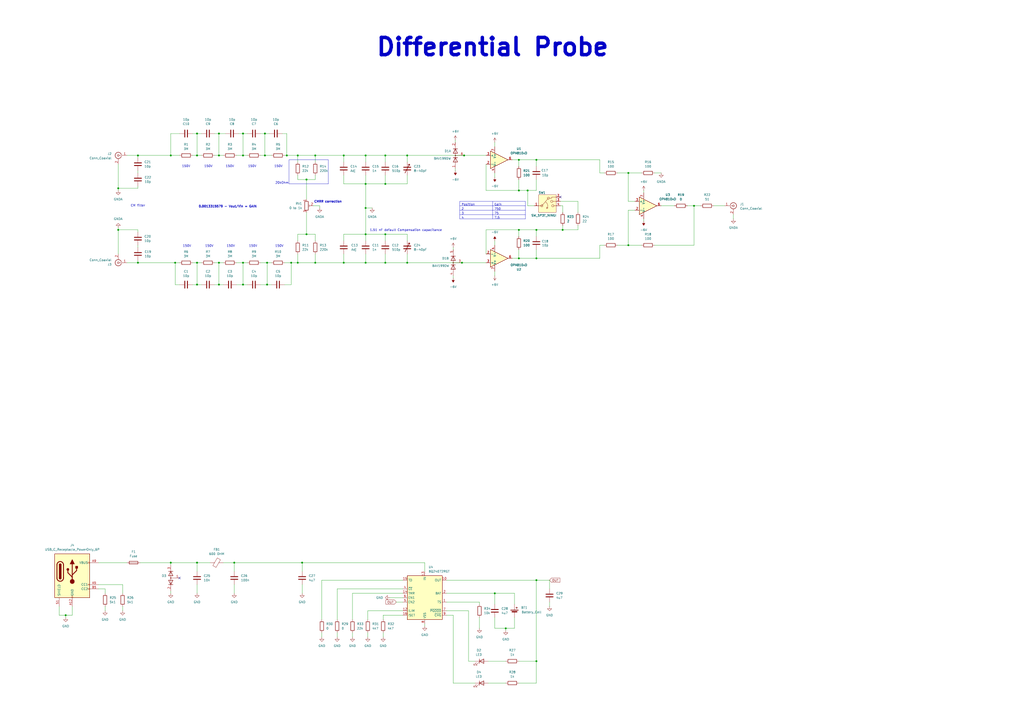
<source format=kicad_sch>
(kicad_sch (version 20250114) (generator "eeschema") (generator_version "9.0")
  (paper "A2")
  (title_block (title "Differential Probe") (rev "1.0") (company "Michal Karas") (comment 1 "2025"))
  (rectangle (start 167.64 92.71) (end 190.5 106.68))
  (text "1.51 nF default Compensation capacitance" (at 235.458 133.604 0) (effects (font (size 1.27 1.27))))
  (text "150V" (at 146.812 142.748 0) (effects (font (size 1.27 1.27))))
  (text "20kOhm" (at 163.576 106.172 0) (effects (font (size 1.27 1.27))))
  (text "CM filter" (at 80.01 119.38 0) (effects (font (size 1.27 1.27))))
  (text "150V" (at 107.95 96.52 0) (effects (font (size 1.27 1.27))))
  (text "CMRR correction " (at 190.754 117.094 0) (effects (font (size 1.27 1.27) (thickness 0.254) (bold yes))))
  (text "Differential Probe" (at 285.75 27.432 0) (effects (font (size 10 10) (thickness 2) (bold yes))))
  (text "150V" (at 146.304 96.52 0) (effects (font (size 1.27 1.27))))
  (text "150V" (at 133.858 142.748 0) (effects (font (size 1.27 1.27))))
  (text "0.0013315579 - Vout/Vin = GAIN" (at 132.08 119.888 0) (effects (font (size 1.27 1.27) (thickness 0.254) (bold yes))))
  (text "150V" (at 108.458 142.748 0) (effects (font (size 1.27 1.27))))
  (text "150V" (at 121.412 142.748 0) (effects (font (size 1.27 1.27))))
  (text "150V" (at 120.904 96.52 0) (effects (font (size 1.27 1.27))))
  (text "150V" (at 162.052 142.748 0) (effects (font (size 1.27 1.27))))
  (text "150V" (at 133.35 96.52 0) (effects (font (size 1.27 1.27))))
  (text "150V" (at 161.544 96.52 0) (effects (font (size 1.27 1.27))))
  (junction (at 300.99 110.49))
  (junction (at 127 90.17))
  (junction (at 177.8 135.89))
  (junction (at 287.02 344.17))
  (junction (at 127 77.47))
  (junction (at 300.99 133.35))
  (junction (at 127 152.4))
  (junction (at 223.52 90.17))
  (junction (at 293.37 364.49))
  (junction (at 311.15 133.35))
  (junction (at 269.24 90.17))
  (junction (at 212.09 135.89))
  (junction (at 68.58 133.35))
  (junction (at 212.09 152.4))
  (junction (at 267.97 152.4))
  (junction (at 99.06 90.17))
  (junction (at 364.49 100.33))
  (junction (at 153.67 77.47))
  (junction (at 80.01 152.4))
  (junction (at 223.52 135.89))
  (junction (at 182.88 90.17))
  (junction (at 212.09 106.68))
  (junction (at 199.39 90.17))
  (junction (at 140.97 152.4))
  (junction (at 236.22 90.17))
  (junction (at 168.91 152.4))
  (junction (at 101.6 152.4))
  (junction (at 311.15 149.86))
  (junction (at 223.52 106.68))
  (junction (at 153.67 90.17))
  (junction (at 140.97 90.17))
  (junction (at 364.49 142.24))
  (junction (at 114.3 165.1))
  (junction (at 114.3 326.39))
  (junction (at 172.72 90.17))
  (junction (at 199.39 152.4))
  (junction (at 300.99 149.86))
  (junction (at 311.15 92.71))
  (junction (at 175.26 326.39))
  (junction (at 326.39 133.35))
  (junction (at 172.72 152.4))
  (junction (at 127 165.1))
  (junction (at 135.89 326.39))
  (junction (at 99.06 326.39))
  (junction (at 114.3 77.47))
  (junction (at 68.58 109.22))
  (junction (at 300.99 92.71))
  (junction (at 223.52 152.4))
  (junction (at 212.09 90.17))
  (junction (at 154.94 165.1))
  (junction (at 402.59 119.38))
  (junction (at 80.01 90.17))
  (junction (at 311.15 336.55))
  (junction (at 140.97 165.1))
  (junction (at 306.07 110.49))
  (junction (at 114.3 90.17))
  (junction (at 177.8 104.14))
  (junction (at 212.09 120.65))
  (junction (at 154.94 152.4))
  (junction (at 38.1 356.87))
  (junction (at 182.88 152.4))
  (junction (at 236.22 152.4))
  (junction (at 114.3 152.4))
  (junction (at 311.15 383.54))
  (junction (at 166.37 90.17))
  (junction (at 140.97 77.47))
  (no_connect (at 325.12 114.3))
  (no_connect (at 104.14 335.28))
  (wire (pts (xy 306.07 119.38) (xy 306.07 110.49)))
  (wire (pts (xy 269.24 90.17) (xy 281.94 90.17)))
  (wire (pts (xy 168.91 165.1) (xy 168.91 152.4)))
  (wire (pts (xy 364.49 100.33) (xy 372.11 100.33)))
  (wire (pts (xy 402.59 142.24) (xy 402.59 119.38)))
  (wire (pts (xy 166.37 90.17) (xy 172.72 90.17)))
  (wire (pts (xy 300.99 110.49) (xy 306.07 110.49)))
  (wire (pts (xy 402.59 119.38) (xy 406.4 119.38)))
  (wire (pts (xy 259.08 344.17) (xy 287.02 344.17)))
  (wire (pts (xy 140.97 152.4) (xy 140.97 165.1)))
  (wire (pts (xy 34.29 351.79) (xy 34.29 356.87)))
  (wire (pts (xy 195.58 341.63) (xy 233.68 341.63)))
  (wire (pts (xy 68.58 109.22) (xy 68.58 110.49)))
  (wire (pts (xy 68.58 133.35) (xy 80.01 133.35)))
  (wire (pts (xy 364.49 100.33) (xy 364.49 116.84)))
  (wire (pts (xy 311.15 396.24) (xy 311.15 383.54)))
  (wire (pts (xy 114.3 152.4) (xy 116.84 152.4)))
  (wire (pts (xy 300.99 149.86) (xy 297.18 149.86)))
  (wire (pts (xy 127 165.1) (xy 129.54 165.1)))
  (wire (pts (xy 264.16 81.28) (xy 264.16 82.55)))
  (wire (pts (xy 68.58 109.22) (xy 80.01 109.22)))
  (wire (pts (xy 153.67 90.17) (xy 153.67 77.47)))
  (wire (pts (xy 199.39 101.6) (xy 199.39 106.68)))
  (wire (pts (xy 414.02 119.38) (xy 420.37 119.38)))
  (wire (pts (xy 298.45 350.52) (xy 298.45 344.17)))
  (wire (pts (xy 259.08 349.25) (xy 278.13 349.25)))
  (wire (pts (xy 165.1 152.4) (xy 168.91 152.4)))
  (wire (pts (xy 195.58 359.41) (xy 195.58 341.63)))
  (wire (pts (xy 114.3 90.17) (xy 116.84 90.17)))
  (wire (pts (xy 278.13 358.14) (xy 278.13 364.49)))
  (wire (pts (xy 163.83 77.47) (xy 166.37 77.47)))
  (wire (pts (xy 262.89 396.24) (xy 262.89 356.87)))
  (wire (pts (xy 204.47 344.17) (xy 233.68 344.17)))
  (wire (pts (xy 213.36 367.03) (xy 213.36 369.57)))
  (wire (pts (xy 168.91 152.4) (xy 172.72 152.4)))
  (wire (pts (xy 300.99 92.71) (xy 311.15 92.71)))
  (wire (pts (xy 172.72 139.7) (xy 172.72 135.89)))
  (wire (pts (xy 262.89 356.87) (xy 259.08 356.87)))
  (wire (pts (xy 34.29 356.87) (xy 38.1 356.87)))
  (wire (pts (xy 229.87 349.25) (xy 233.68 349.25)))
  (wire (pts (xy 287.02 82.55) (xy 287.02 85.09)))
  (wire (pts (xy 281.94 147.32) (xy 281.94 133.35)))
  (wire (pts (xy 287.02 344.17) (xy 287.02 350.52)))
  (wire (pts (xy 182.88 101.6) (xy 182.88 104.14)))
  (wire (pts (xy 212.09 120.65) (xy 215.9 120.65)))
  (wire (pts (xy 111.76 77.47) (xy 114.3 77.47)))
  (wire (pts (xy 151.13 90.17) (xy 153.67 90.17)))
  (wire (pts (xy 318.77 349.25) (xy 318.77 351.79)))
  (wire (pts (xy 80.01 152.4) (xy 101.6 152.4)))
  (wire (pts (xy 114.3 326.39) (xy 114.3 331.47)))
  (wire (pts (xy 104.14 165.1) (xy 101.6 165.1)))
  (wire (pts (xy 172.72 104.14) (xy 177.8 104.14)))
  (wire (pts (xy 350.52 142.24) (xy 347.98 142.24)))
  (wire (pts (xy 236.22 139.7) (xy 236.22 135.89)))
  (wire (pts (xy 300.99 92.71) (xy 297.18 92.71)))
  (wire (pts (xy 99.06 326.39) (xy 99.06 327.66)))
  (wire (pts (xy 80.01 99.06) (xy 80.01 100.33)))
  (wire (pts (xy 223.52 90.17) (xy 236.22 90.17)))
  (wire (pts (xy 204.47 359.41) (xy 204.47 344.17)))
  (wire (pts (xy 73.66 152.4) (xy 80.01 152.4)))
  (wire (pts (xy 311.15 149.86) (xy 347.98 149.86)))
  (wire (pts (xy 236.22 152.4) (xy 267.97 152.4)))
  (wire (pts (xy 309.88 119.38) (xy 306.07 119.38)))
  (wire (pts (xy 298.45 364.49) (xy 298.45 358.14)))
  (wire (pts (xy 212.09 135.89) (xy 212.09 139.7)))
  (wire (pts (xy 364.49 100.33) (xy 358.14 100.33)))
  (wire (pts (xy 80.01 133.35) (xy 80.01 134.62)))
  (wire (pts (xy 300.99 110.49) (xy 300.99 104.14)))
  (wire (pts (xy 99.06 342.9) (xy 99.06 344.17)))
  (wire (pts (xy 73.66 90.17) (xy 80.01 90.17)))
  (wire (pts (xy 80.01 90.17) (xy 80.01 91.44)))
  (wire (pts (xy 199.39 152.4) (xy 212.09 152.4)))
  (wire (pts (xy 140.97 90.17) (xy 143.51 90.17)))
  (wire (pts (xy 298.45 344.17) (xy 287.02 344.17)))
  (wire (pts (xy 364.49 116.84) (xy 368.3 116.84)))
  (wire (pts (xy 212.09 90.17) (xy 199.39 90.17)))
  (wire (pts (xy 223.52 135.89) (xy 212.09 135.89)))
  (wire (pts (xy 373.38 127) (xy 373.38 128.27)))
  (wire (pts (xy 165.1 165.1) (xy 168.91 165.1)))
  (wire (pts (xy 127 90.17) (xy 127 77.47)))
  (wire (pts (xy 172.72 90.17) (xy 172.72 93.98)))
  (wire (pts (xy 38.1 356.87) (xy 38.1 358.14)))
  (wire (pts (xy 140.97 77.47) (xy 138.43 77.47)))
  (wire (pts (xy 402.59 119.38) (xy 398.78 119.38)))
  (wire (pts (xy 347.98 92.71) (xy 347.98 100.33)))
  (wire (pts (xy 311.15 137.16) (xy 311.15 133.35)))
  (wire (pts (xy 212.09 147.32) (xy 212.09 152.4)))
  (wire (pts (xy 236.22 135.89) (xy 223.52 135.89)))
  (wire (pts (xy 99.06 77.47) (xy 99.06 90.17)))
  (wire (pts (xy 364.49 121.92) (xy 368.3 121.92)))
  (wire (pts (xy 68.58 95.25) (xy 68.58 109.22)))
  (wire (pts (xy 233.68 336.55) (xy 186.69 336.55)))
  (wire (pts (xy 311.15 149.86) (xy 300.99 149.86)))
  (wire (pts (xy 373.38 110.49) (xy 373.38 111.76)))
  (wire (pts (xy 262.89 143.51) (xy 262.89 144.78)))
  (wire (pts (xy 233.68 356.87) (xy 222.25 356.87)))
  (wire (pts (xy 326.39 119.38) (xy 325.12 119.38)))
  (wire (pts (xy 223.52 93.98) (xy 223.52 90.17)))
  (wire (pts (xy 154.94 152.4) (xy 154.94 165.1)))
  (wire (pts (xy 212.09 101.6) (xy 212.09 106.68)))
  (wire (pts (xy 154.94 165.1) (xy 157.48 165.1)))
  (wire (pts (xy 182.88 135.89) (xy 182.88 139.7)))
  (wire (pts (xy 71.12 351.79) (xy 71.12 354.33)))
  (wire (pts (xy 135.89 344.17) (xy 135.89 339.09)))
  (wire (pts (xy 140.97 90.17) (xy 140.97 77.47)))
  (wire (pts (xy 236.22 90.17) (xy 236.22 93.98)))
  (wire (pts (xy 293.37 364.49) (xy 298.45 364.49)))
  (wire (pts (xy 300.99 92.71) (xy 300.99 96.52)))
  (wire (pts (xy 111.76 165.1) (xy 114.3 165.1)))
  (wire (pts (xy 140.97 165.1) (xy 143.51 165.1)))
  (wire (pts (xy 259.08 354.33) (xy 271.78 354.33)))
  (wire (pts (xy 111.76 152.4) (xy 114.3 152.4)))
  (wire (pts (xy 137.16 152.4) (xy 140.97 152.4)))
  (wire (pts (xy 212.09 135.89) (xy 199.39 135.89)))
  (wire (pts (xy 182.88 147.32) (xy 182.88 152.4)))
  (wire (pts (xy 246.38 361.95) (xy 246.38 363.22)))
  (wire (pts (xy 311.15 144.78) (xy 311.15 149.86)))
  (wire (pts (xy 236.22 101.6) (xy 236.22 106.68)))
  (wire (pts (xy 287.02 142.24) (xy 287.02 139.7)))
  (wire (pts (xy 186.69 336.55) (xy 186.69 359.41)))
  (wire (pts (xy 212.09 120.65) (xy 212.09 135.89)))
  (wire (pts (xy 236.22 106.68) (xy 223.52 106.68)))
  (wire (pts (xy 137.16 90.17) (xy 140.97 90.17)))
  (wire (pts (xy 71.12 339.09) (xy 57.15 339.09)))
  (wire (pts (xy 318.77 336.55) (xy 311.15 336.55)))
  (wire (pts (xy 326.39 123.19) (xy 326.39 119.38)))
  (wire (pts (xy 293.37 364.49) (xy 293.37 365.76)))
  (wire (pts (xy 114.3 152.4) (xy 114.3 165.1)))
  (wire (pts (xy 154.94 152.4) (xy 157.48 152.4)))
  (wire (pts (xy 335.28 123.19) (xy 335.28 116.84)))
  (wire (pts (xy 271.78 383.54) (xy 275.59 383.54)))
  (wire (pts (xy 287.02 358.14) (xy 287.02 364.49)))
  (wire (pts (xy 177.8 104.14) (xy 182.88 104.14)))
  (wire (pts (xy 137.16 165.1) (xy 140.97 165.1)))
  (wire (pts (xy 283.21 383.54) (xy 293.37 383.54)))
  (wire (pts (xy 175.26 339.09) (xy 175.26 344.17)))
  (wire (pts (xy 311.15 104.14) (xy 311.15 110.49)))
  (wire (pts (xy 300.99 137.16) (xy 300.99 133.35)))
  (wire (pts (xy 287.02 100.33) (xy 287.02 102.87)))
  (wire (pts (xy 182.88 93.98) (xy 182.88 90.17)))
  (wire (pts (xy 223.52 152.4) (xy 236.22 152.4)))
  (wire (pts (xy 281.94 110.49) (xy 300.99 110.49)))
  (wire (pts (xy 114.3 90.17) (xy 114.3 77.47)))
  (wire (pts (xy 347.98 142.24) (xy 347.98 149.86)))
  (wire (pts (xy 318.77 336.55) (xy 318.77 341.63)))
  (wire (pts (xy 204.47 367.03) (xy 204.47 369.57)))
  (wire (pts (xy 57.15 326.39) (xy 73.66 326.39)))
  (wire (pts (xy 199.39 106.68) (xy 212.09 106.68)))
  (wire (pts (xy 80.01 142.24) (xy 80.01 143.51)))
  (wire (pts (xy 121.92 326.39) (xy 114.3 326.39)))
  (wire (pts (xy 186.69 367.03) (xy 186.69 369.57)))
  (wire (pts (xy 199.39 135.89) (xy 199.39 139.7)))
  (wire (pts (xy 124.46 152.4) (xy 127 152.4)))
  (wire (pts (xy 99.06 326.39) (xy 114.3 326.39)))
  (wire (pts (xy 127 152.4) (xy 127 165.1)))
  (wire (pts (xy 379.73 142.24) (xy 402.59 142.24)))
  (wire (pts (xy 326.39 130.81) (xy 326.39 133.35)))
  (wire (pts (xy 182.88 90.17) (xy 199.39 90.17)))
  (wire (pts (xy 199.39 147.32) (xy 199.39 152.4)))
  (wire (pts (xy 379.73 100.33) (xy 383.54 100.33)))
  (wire (pts (xy 127 77.47) (xy 124.46 77.47)))
  (wire (pts (xy 383.54 119.38) (xy 391.16 119.38)))
  (wire (pts (xy 226.06 346.71) (xy 233.68 346.71)))
  (wire (pts (xy 275.59 396.24) (xy 262.89 396.24)))
  (wire (pts (xy 104.14 77.47) (xy 99.06 77.47)))
  (wire (pts (xy 262.89 160.02) (xy 262.89 161.29)))
  (wire (pts (xy 223.52 139.7) (xy 223.52 135.89)))
  (wire (pts (xy 71.12 344.17) (xy 71.12 339.09)))
  (wire (pts (xy 259.08 336.55) (xy 311.15 336.55)))
  (wire (pts (xy 99.06 90.17) (xy 104.14 90.17)))
  (wire (pts (xy 135.89 326.39) (xy 175.26 326.39)))
  (wire (pts (xy 156.21 77.47) (xy 153.67 77.47)))
  (wire (pts (xy 233.68 354.33) (xy 213.36 354.33)))
  (wire (pts (xy 287.02 160.02) (xy 287.02 157.48)))
  (wire (pts (xy 151.13 152.4) (xy 154.94 152.4)))
  (wire (pts (xy 111.76 90.17) (xy 114.3 90.17)))
  (wire (pts (xy 172.72 147.32) (xy 172.72 152.4)))
  (wire (pts (xy 300.99 396.24) (xy 311.15 396.24)))
  (wire (pts (xy 287.02 364.49) (xy 293.37 364.49)))
  (wire (pts (xy 124.46 90.17) (xy 127 90.17)))
  (wire (pts (xy 347.98 100.33) (xy 350.52 100.33)))
  (wire (pts (xy 300.99 383.54) (xy 311.15 383.54)))
  (wire (pts (xy 175.26 331.47) (xy 175.26 326.39)))
  (wire (pts (xy 236.22 90.17) (xy 269.24 90.17)))
  (wire (pts (xy 271.78 383.54) (xy 271.78 354.33)))
  (wire (pts (xy 364.49 142.24) (xy 358.14 142.24)))
  (wire (pts (xy 101.6 165.1) (xy 101.6 152.4)))
  (wire (pts (xy 267.97 152.4) (xy 281.94 152.4)))
  (wire (pts (xy 177.8 135.89) (xy 182.88 135.89)))
  (wire (pts (xy 185.42 120.65) (xy 185.42 119.38)))
  (wire (pts (xy 140.97 152.4) (xy 143.51 152.4)))
  (wire (pts (xy 124.46 165.1) (xy 127 165.1)))
  (wire (pts (xy 246.38 326.39) (xy 246.38 331.47)))
  (wire (pts (xy 364.49 121.92) (xy 364.49 142.24)))
  (wire (pts (xy 41.91 356.87) (xy 41.91 351.79)))
  (wire (pts (xy 80.01 109.22) (xy 80.01 107.95)))
  (wire (pts (xy 114.3 165.1) (xy 116.84 165.1)))
  (wire (pts (xy 60.96 344.17) (xy 60.96 341.63)))
  (wire (pts (xy 177.8 123.19) (xy 177.8 135.89)))
  (wire (pts (xy 264.16 97.79) (xy 264.16 99.06)))
  (wire (pts (xy 300.99 144.78) (xy 300.99 149.86)))
  (wire (pts (xy 153.67 77.47) (xy 151.13 77.47)))
  (wire (pts (xy 326.39 133.35) (xy 335.28 133.35)))
  (wire (pts (xy 212.09 152.4) (xy 223.52 152.4)))
  (wire (pts (xy 181.61 119.38) (xy 185.42 119.38)))
  (wire (pts (xy 213.36 354.33) (xy 213.36 359.41)))
  (wire (pts (xy 80.01 151.13) (xy 80.01 152.4)))
  (wire (pts (xy 212.09 106.68) (xy 212.09 120.65)))
  (wire (pts (xy 81.28 326.39) (xy 99.06 326.39)))
  (wire (pts (xy 311.15 92.71) (xy 347.98 92.71)))
  (wire (pts (xy 335.28 116.84) (xy 325.12 116.84)))
  (wire (pts (xy 281.94 133.35) (xy 300.99 133.35)))
  (wire (pts (xy 212.09 106.68) (xy 223.52 106.68)))
  (wire (pts (xy 195.58 367.03) (xy 195.58 369.57)))
  (wire (pts (xy 135.89 331.47) (xy 135.89 326.39)))
  (wire (pts (xy 311.15 383.54) (xy 311.15 336.55)))
  (wire (pts (xy 153.67 90.17) (xy 157.48 90.17)))
  (wire (pts (xy 222.25 356.87) (xy 222.25 359.41)))
  (wire (pts (xy 172.72 135.89) (xy 177.8 135.89)))
  (wire (pts (xy 372.11 142.24) (xy 364.49 142.24)))
  (wire (pts (xy 283.21 396.24) (xy 293.37 396.24)))
  (wire (pts (xy 114.3 339.09) (xy 114.3 344.17)))
  (wire (pts (xy 68.58 147.32) (xy 68.58 133.35)))
  (wire (pts (xy 116.84 77.47) (xy 114.3 77.47)))
  (wire (pts (xy 172.72 90.17) (xy 182.88 90.17)))
  (wire (pts (xy 60.96 351.79) (xy 60.96 354.33)))
  (wire (pts (xy 165.1 90.17) (xy 166.37 90.17)))
  (wire (pts (xy 166.37 77.47) (xy 166.37 90.17)))
  (wire (pts (xy 236.22 147.32) (xy 236.22 152.4)))
  (wire (pts (xy 38.1 356.87) (xy 41.91 356.87)))
  (wire (pts (xy 335.28 133.35) (xy 335.28 130.81)))
  (wire (pts (xy 172.72 101.6) (xy 172.72 104.14)))
  (wire (pts (xy 212.09 90.17) (xy 212.09 93.98)))
  (wire (pts (xy 278.13 350.52) (xy 278.13 349.25)))
  (wire (pts (xy 60.96 341.63) (xy 57.15 341.63)))
  (wire (pts (xy 223.52 106.68) (xy 223.52 101.6)))
  (wire (pts (xy 68.58 132.08) (xy 68.58 133.35)))
  (wire (pts (xy 182.88 152.4) (xy 199.39 152.4)))
  (wire (pts (xy 281.94 110.49) (xy 281.94 95.25)))
  (wire (pts (xy 101.6 152.4) (xy 104.14 152.4)))
  (wire (pts (xy 311.15 133.35) (xy 300.99 133.35)))
  (wire (pts (xy 127 152.4) (xy 129.54 152.4)))
  (wire (pts (xy 143.51 77.47) (xy 140.97 77.47)))
  (wire (pts (xy 311.15 133.35) (xy 326.39 133.35)))
  (wire (pts (xy 127 90.17) (xy 129.54 90.17)))
  (wire (pts (xy 130.81 77.47) (xy 127 77.47)))
  (wire (pts (xy 425.45 124.46) (xy 425.45 127)))
  (wire (pts (xy 135.89 326.39) (xy 129.54 326.39)))
  (wire (pts (xy 199.39 90.17) (xy 199.39 93.98)))
  (wire (pts (xy 223.52 90.17) (xy 212.09 90.17)))
  (wire (pts (xy 80.01 90.17) (xy 99.06 90.17)))
  (wire (pts (xy 182.88 152.4) (xy 172.72 152.4)))
  (wire (pts (xy 306.07 110.49) (xy 311.15 110.49)))
  (wire (pts (xy 311.15 92.71) (xy 311.15 96.52)))
  (wire (pts (xy 223.52 152.4) (xy 223.52 147.32)))
  (wire (pts (xy 175.26 326.39) (xy 246.38 326.39)))
  (wire (pts (xy 222.25 367.03) (xy 222.25 369.57)))
  (wire (pts (xy 151.13 165.1) (xy 154.94 165.1)))
  (wire (pts (xy 177.8 104.14) (xy 177.8 115.57)))
  (table (column_count 2) (border (external yes) (header yes)) (separators (rows yes) (cols yes)) (column_widths 19.05 19.05) (row_heights 2.54 2.54 2.54 2.54) (cells (table_cell "Position" (at 266.7 116.84 0) (size 19.05 2.54) (margins 0.9525 0.9525 0.9525 0.9525) (span 1 1)) (table_cell "Gain" (at 285.75 116.84 0) (size 19.05 2.54) (margins 0.9525 0.9525 0.9525 0.9525) (span 1 1)) (table_cell "2" (at 266.7 119.38 0) (size 19.05 2.54) (margins 0.9525 0.9525 0.9525 0.9525) (span 1 1)) (table_cell "750" (at 285.75 119.38 0) (size 19.05 2.54) (margins 0.9525 0.9525 0.9525 0.9525) (span 1 1)) (table_cell "3" (at 266.7 121.92 0) (size 19.05 2.54) (margins 0.9525 0.9525 0.9525 0.9525) (span 1 1)) (table_cell "75" (at 285.75 121.92 0) (size 19.05 2.54) (margins 0.9525 0.9525 0.9525 0.9525) (span 1 1)) (table_cell "4" (at 266.7 124.46 0) (size 19.05 2.54) (margins 0.9525 0.9525 0.9525 0.9525) (span 1 1)) (table_cell "7.5" (at 285.75 124.46 0) (size 19.05 2.54) (margins 0.9525 0.9525 0.9525 0.9525) (span 1 1))))
  (global_label "OUT" (shape input) (at 318.77 336.55 0) (property "Intersheetrefs" "${INTERSHEET_REFS}" (effects (hide yes))))
  (global_label "OUT" (shape input) (at 229.87 349.25 180) (property "Intersheetrefs" "${INTERSHEET_REFS}" (effects (hide yes))))
  (symbol (lib_id "power:GNDA") (at 425.45 127 0) (unit 1)
    (property "Reference" "#PWR014" (effects (hide yes)))
    (property "Value" "GNDA" (at 425.45 132.08 0))
    (property "Description" "Power symbol creates a global label with name \"GNDA\" , analog ground" (effects (hide yes)))
  )
  (symbol (lib_id "Device:R") (at 195.58 363.22 180) (unit 1)
    (property "Reference" "R29" (at 198.12 361.9499 0) (effects (justify right)))
    (property "Value" "0" (at 198.12 364.4899 0) (effects (justify right)))
    (property "Footprint" "Resistor_SMD:R_0603_1608Metric_Pad0.98x0.95mm_HandSolder" (effects (hide yes)))
    (property "Description" "Resistor" (effects (hide yes)))
  )
  (symbol (lib_id "Device:C") (at 135.89 335.28 0) (unit 1)
    (property "Reference" "C26" (at 139.7 334.0099 0) (effects (justify left)))
    (property "Value" "100n" (at 139.7 336.5499 0) (effects (justify left)))
    (property "Footprint" "Capacitor_SMD:C_0603_1608Metric_Pad1.08x0.95mm_HandSolder" (effects (hide yes)))
    (property "Description" "Unpolarized capacitor" (effects (hide yes)))
  )
  (symbol (lib_id "Device:R") (at 375.92 100.33 90) (unit 1)
    (property "Reference" "R16" (at 375.92 93.98 90))
    (property "Value" "100" (at 375.92 96.52 90))
    (property "Footprint" "Resistor_SMD:R_0603_1608Metric_Pad0.98x0.95mm_HandSolder" (effects (hide yes)))
    (property "Description" "Resistor" (effects (hide yes)))
  )
  (symbol (lib_id "Device:C") (at 212.09 97.79 0) (unit 1)
    (property "Reference" "C15" (at 215.9 96.5199 0) (effects (justify left)))
    (property "Value" "1n" (at 215.9 99.0599 0) (effects (justify left)))
    (property "Footprint" "Capacitor_SMD:C_0603_1608Metric_Pad1.08x0.95mm_HandSolder" (effects (hide yes)))
    (property "Description" "Unpolarized capacitor" (effects (hide yes)))
  )
  (symbol (lib_id "Device:R") (at 375.92 142.24 90) (unit 1)
    (property "Reference" "R18" (at 375.92 135.89 90))
    (property "Value" "100" (at 375.92 138.43 90))
    (property "Footprint" "Resistor_SMD:R_0603_1608Metric_Pad0.98x0.95mm_HandSolder" (effects (hide yes)))
    (property "Description" "Resistor" (effects (hide yes)))
  )
  (symbol (lib_id "Device:C_Variable") (at 236.22 97.79 0) (unit 1)
    (property "Reference" "C23" (at 240.03 96.5199 0) (effects (justify left)))
    (property "Value" "8-40pF" (at 240.03 99.0599 0) (effects (justify left)))
    (property "Footprint" "Capacitor_SMD:C_Trimmer_Voltronics_JZ" (effects (hide yes)))
    (property "Description" "JZ400 variable capacitor" (effects (hide yes)))
  )
  (symbol (lib_id "power:GND") (at 38.1 358.14 0) (unit 1)
    (property "Reference" "#PWR017" (effects (hide yes)))
    (property "Value" "GND" (at 38.1 363.22 0))
    (property "Description" "Power symbol creates a global label with name \"GND\" , ground" (effects (hide yes)))
  )
  (symbol (lib_id "Device:R") (at 278.13 354.33 180) (unit 1)
    (property "Reference" "R34" (at 280.67 353.0599 0) (effects (justify right)))
    (property "Value" "10k" (at 280.67 355.5999 0) (effects (justify right)))
    (property "Footprint" "Resistor_SMD:R_0603_1608Metric_Pad0.98x0.95mm_HandSolder" (effects (hide yes)))
    (property "Description" "Resistor" (effects (hide yes)))
  )
  (symbol (lib_id "Device:C") (at 287.02 354.33 0) (unit 1)
    (property "Reference" "C28" (at 290.83 353.0599 0) (effects (justify left)))
    (property "Value" "4u7" (at 290.83 355.5999 0) (effects (justify left)))
    (property "Footprint" "Capacitor_SMD:C_0805_2012Metric_Pad1.18x1.45mm_HandSolder" (effects (hide yes)))
    (property "Description" "Unpolarized capacitor" (effects (hide yes)))
  )
  (symbol (lib_id "Device:C") (at 120.65 77.47 270) (unit 1)
    (property "Reference" "C9" (at 120.65 71.882 90))
    (property "Value" "10p" (at 120.65 69.342 90))
    (property "Footprint" "Capacitor_SMD:C_1206_3216Metric_Pad1.33x1.80mm_HandSolder" (effects (hide yes)))
    (property "Description" "Unpolarized capacitor" (effects (hide yes)))
  )
  (symbol (lib_id "power:GND") (at 204.47 369.57 0) (unit 1)
    (property "Reference" "#PWR030" (effects (hide yes)))
    (property "Value" "GND" (at 204.47 374.65 0))
    (property "Description" "Power symbol creates a global label with name \"GND\" , ground" (effects (hide yes)))
  )
  (symbol (lib_id "Device:C") (at 311.15 100.33 0) (unit 1)
    (property "Reference" "C17" (at 315.976 98.806 0))
    (property "Value" "10p" (at 316.23 101.6 0))
    (property "Footprint" "Capacitor_SMD:C_1206_3216Metric_Pad1.33x1.80mm_HandSolder" (effects (hide yes)))
    (property "Description" "Unpolarized capacitor" (effects (hide yes)))
  )
  (symbol (lib_id "Device:C") (at 223.52 97.79 0) (unit 1)
    (property "Reference" "C16" (at 227.33 96.5199 0) (effects (justify left)))
    (property "Value" "510p" (at 227.33 99.0599 0) (effects (justify left)))
    (property "Footprint" "Capacitor_SMD:C_0603_1608Metric_Pad1.08x0.95mm_HandSolder" (effects (hide yes)))
    (property "Description" "Unpolarized capacitor" (effects (hide yes)))
  )
  (symbol (lib_id "Device:C") (at 114.3 335.28 0) (unit 1)
    (property "Reference" "C25" (at 118.11 334.0099 0) (effects (justify left)))
    (property "Value" "10n" (at 118.11 336.5499 0) (effects (justify left)))
    (property "Footprint" "Capacitor_SMD:C_0603_1608Metric_Pad1.08x0.95mm_HandSolder" (effects (hide yes)))
    (property "Description" "Unpolarized capacitor" (effects (hide yes)))
  )
  (symbol (lib_id "Device:R") (at 172.72 143.51 0) (unit 1)
    (property "Reference" "R11" (at 175.26 142.2399 0) (effects (justify left)))
    (property "Value" "22k" (at 175.26 144.7799 0) (effects (justify left)))
    (property "Footprint" "Resistor_SMD:R_0805_2012Metric_Pad1.20x1.40mm_HandSolder" (effects (hide yes)))
    (property "Description" "Resistor" (effects (hide yes)))
  )
  (symbol (lib_id "Device:R") (at 394.97 119.38 90) (unit 1)
    (property "Reference" "R19" (at 394.97 113.03 90))
    (property "Value" "0" (at 394.97 115.57 90))
    (property "Footprint" "Resistor_SMD:R_1206_3216Metric_Pad1.30x1.75mm_HandSolder" (effects (hide yes)))
    (property "Description" "Resistor" (effects (hide yes)))
  )
  (symbol (lib_id "Device:C") (at 107.95 165.1 90) (unit 1)
    (property "Reference" "C1" (at 107.95 157.48 90))
    (property "Value" "10p" (at 107.95 160.02 90))
    (property "Footprint" "Capacitor_SMD:C_1206_3216Metric_Pad1.33x1.80mm_HandSolder" (effects (hide yes)))
    (property "Description" "Unpolarized capacitor" (effects (hide yes)))
  )
  (symbol (lib_id "Device:R") (at 182.88 97.79 0) (unit 1)
    (property "Reference" "R14" (at 185.42 96.5199 0) (effects (justify left)))
    (property "Value" "220k" (at 185.42 99.0599 0) (effects (justify left)))
    (property "Footprint" "Resistor_SMD:R_0805_2012Metric_Pad1.20x1.40mm_HandSolder" (effects (hide yes)))
    (property "Description" "Resistor" (effects (hide yes)))
  )
  (symbol (lib_id "power:GND") (at 195.58 369.57 0) (unit 1)
    (property "Reference" "#PWR031" (effects (hide yes)))
    (property "Value" "GND" (at 195.58 374.65 0))
    (property "Description" "Power symbol creates a global label with name \"GND\" , ground" (effects (hide yes)))
  )
  (symbol (lib_id "New_Library:SW_SP3T_NINGI") (at 317.5 119.38 0) (unit 1)
    (property "Reference" "SW1" (at 314.452 111.76 0))
    (property "Value" "SW_SP3T_NINGI" (at 315.468 124.968 0))
    (property "Footprint" "Library:SR17A1320F39N" (effects (hide yes)))
    (property "Datasheet" "https://www.tme.eu/Document/df25c5521cc81bdd4fbffe178eb70de9/SR17A1320F39N_DRAWING.pdf" (effects (hide yes)))
    (property "Description" "NINIGI Switches NR01 Series rotary SP3T switch" (effects (hide yes)))
  )
  (symbol (lib_id "Amplifier_Operational:OPA810xD") (at 289.56 149.86 0) (mirror x) (unit 1)
    (property "Reference" "U2" (at 300.99 156.2802 0))
    (property "Value" "OPA810xD" (at 300.99 153.7402 0))
    (property "Footprint" "Package_SO:SOIC-8_3.9x4.9mm_P1.27mm" (effects (hide yes)))
    (property "Datasheet" "https://www.ti.com/lit/ds/symlink/opa810.pdf" (effects (hide yes)))
    (property "Description" "140-MHz, Rail-to-Rail Input and Output, FET-Input Operational Amplifier, SOIC-8" (effects (hide yes)))
  )
  (symbol (lib_id "Device:R_Potentiometer_Trim") (at 177.8 119.38 0) (unit 1)
    (property "Reference" "RV1" (at 175.26 118.1099 0) (effects (justify right)))
    (property "Value" "0 to 1k" (at 175.26 120.6499 0) (effects (justify right)))
    (property "Footprint" "Potentiometer_THT:Potentiometer_Bourns_3266W_Vertical" (effects (hide yes)))
    (property "Description" "Trim-potentiometer" (effects (hide yes)))
  )
  (symbol (lib_id "Device:R") (at 354.33 100.33 90) (unit 1)
    (property "Reference" "R15" (at 354.33 93.98 90))
    (property "Value" "100" (at 354.33 96.52 90))
    (property "Footprint" "Resistor_SMD:R_0603_1608Metric_Pad0.98x0.95mm_HandSolder" (effects (hide yes)))
    (property "Description" "Resistor" (effects (hide yes)))
  )
  (symbol (lib_id "Device:C") (at 161.29 165.1 90) (unit 1)
    (property "Reference" "C5" (at 161.29 157.48 90))
    (property "Value" "10p" (at 161.29 160.02 90))
    (property "Footprint" "Capacitor_SMD:C_1206_3216Metric_Pad1.33x1.80mm_HandSolder" (effects (hide yes)))
    (property "Description" "Unpolarized capacitor" (effects (hide yes)))
  )
  (symbol (lib_id "Device:R") (at 326.39 127 180) (unit 1)
    (property "Reference" "R23" (at 328.93 125.7299 0) (effects (justify right)))
    (property "Value" "2" (at 328.93 128.2699 0) (effects (justify right)))
    (property "Footprint" "Resistor_SMD:R_0603_1608Metric_Pad0.98x0.95mm_HandSolder" (effects (hide yes)))
    (property "Description" "Resistor" (effects (hide yes)))
  )
  (symbol (lib_id "power:GND") (at 246.38 363.22 0) (unit 1)
    (property "Reference" "#PWR026" (effects (hide yes)))
    (property "Value" "GND" (at 246.38 368.3 0))
    (property "Description" "Power symbol creates a global label with name \"GND\" , ground" (effects (hide yes)))
  )
  (symbol (lib_id "power:GND") (at 175.26 344.17 0) (unit 1)
    (property "Reference" "#PWR020" (effects (hide yes)))
    (property "Value" "GND" (at 175.26 349.25 0))
    (property "Description" "Power symbol creates a global label with name \"GND\" , ground" (effects (hide yes)))
  )
  (symbol (lib_id "power:+6V") (at 287.02 82.55 0) (unit 1)
    (property "Reference" "#PWR05" (effects (hide yes)))
    (property "Value" "+6V" (at 287.02 77.47 0))
    (property "Description" "Power symbol creates a global label with name \"+6V\"" (effects (hide yes)))
  )
  (symbol (lib_id "power:GNDA") (at 215.9 120.65 0) (unit 1)
    (property "Reference" "#PWR02" (effects (hide yes)))
    (property "Value" "GNDA" (at 215.9 125.73 0))
    (property "Description" "Power symbol creates a global label with name \"GNDA\" , analog ground" (effects (hide yes)))
  )
  (symbol (lib_id "power:+6V") (at 287.02 160.02 0) (mirror x) (unit 1)
    (property "Reference" "#PWR03" (effects (hide yes)))
    (property "Value" "+6V" (at 287.02 165.1 0))
    (property "Description" "Power symbol creates a global label with name \"+6V\"" (effects (hide yes)))
  )
  (symbol (lib_id "Connector:USB_C_Receptacle_PowerOnly_6P") (at 41.91 334.01 0) (unit 1)
    (property "Reference" "J4" (at 41.91 316.23 0))
    (property "Value" "USB_C_Receptacle_PowerOnly_6P" (at 41.91 318.77 0))
    (property "Footprint" "Connector_USB:USB_C_Receptacle_GCT_USB4125-xx-x-0190_6P_TopMnt_Horizontal" (effects (hide yes)))
    (property "Datasheet" "https://www.usb.org/sites/default/files/documents/usb_type-c.zip" (effects (hide yes)))
    (property "Description" "USB Power-Only 6P Type-C Receptacle connector" (effects (hide yes)))
  )
  (symbol (lib_id "Battery_Management:BQ24072RGT") (at 246.38 346.71 0) (unit 1)
    (property "Reference" "U4" (at 248.5233 328.93 0) (effects (justify left)))
    (property "Value" "BQ24072RGT" (at 248.5233 331.47 0) (effects (justify left)))
    (property "Footprint" "Package_DFN_QFN:VQFN-16-1EP_3x3mm_P0.5mm_EP1.6x1.6mm" (effects (hide yes)))
    (property "Datasheet" "http://www.ti.com/lit/ds/symlink/bq24072.pdf" (effects (hide yes)))
    (property "Description" "USB-Friendly Li-Ion Battery Charger and Power-Path Management, VQFN-16" (effects (hide yes)))
  )
  (symbol (lib_id "Device:C") (at 160.02 77.47 270) (unit 1)
    (property "Reference" "C6" (at 160.02 71.882 90))
    (property "Value" "10p" (at 160.02 69.342 90))
    (property "Footprint" "Capacitor_SMD:C_1206_3216Metric_Pad1.33x1.80mm_HandSolder" (effects (hide yes)))
    (property "Description" "Unpolarized capacitor" (effects (hide yes)))
  )
  (symbol (lib_id "Device:R") (at 297.18 396.24 90) (unit 1)
    (property "Reference" "R28" (at 297.18 389.89 90))
    (property "Value" "1k" (at 297.18 392.43 90))
    (property "Footprint" "Resistor_SMD:R_0603_1608Metric_Pad0.98x0.95mm_HandSolder" (effects (hide yes)))
    (property "Description" "Resistor" (effects (hide yes)))
  )
  (symbol (lib_id "Device:R") (at 147.32 90.17 90) (unit 1)
    (property "Reference" "R4" (at 147.32 83.82 90))
    (property "Value" "3M" (at 147.32 86.36 90))
    (property "Footprint" "Resistor_SMD:R_1206_3216Metric_Pad1.30x1.75mm_HandSolder" (effects (hide yes)))
    (property "Description" "Resistor" (effects (hide yes)))
  )
  (symbol (lib_id "Device:LED") (at 279.4 396.24 0) (unit 1)
    (property "Reference" "D4" (at 277.8125 389.89 0))
    (property "Value" "LED" (at 277.8125 392.43 0))
    (property "Footprint" "Diode_SMD:D_0603_1608Metric_Pad1.05x0.95mm_HandSolder" (effects (hide yes)))
    (property "Description" "Light emitting diode" (effects (hide yes)))
    (property "Sim.Pins" "1=K 2=A" (effects (hide yes)))
  )
  (symbol (lib_id "Device:C") (at 311.15 140.97 0) (unit 1)
    (property "Reference" "C18" (at 316.23 139.954 0))
    (property "Value" "10p" (at 316.23 142.24 0))
    (property "Footprint" "Capacitor_SMD:C_1206_3216Metric_Pad1.33x1.80mm_HandSolder" (effects (hide yes)))
    (property "Description" "Unpolarized capacitor" (effects (hide yes)))
  )
  (symbol (lib_id "Device:R") (at 161.29 152.4 90) (unit 1)
    (property "Reference" "R10" (at 161.29 146.05 90))
    (property "Value" "3M" (at 161.29 148.59 90))
    (property "Footprint" "Resistor_SMD:R_1206_3216Metric_Pad1.30x1.75mm_HandSolder" (effects (hide yes)))
    (property "Description" "Resistor" (effects (hide yes)))
  )
  (symbol (lib_id "Device:R") (at 107.95 90.17 90) (unit 1)
    (property "Reference" "R1" (at 107.95 83.82 90))
    (property "Value" "3M" (at 107.95 86.36 90))
    (property "Footprint" "Resistor_SMD:R_1206_3216Metric_Pad1.30x1.75mm_HandSolder" (effects (hide yes)))
    (property "Description" "Resistor" (effects (hide yes)))
  )
  (symbol (lib_id "Device:R") (at 120.65 90.17 90) (unit 1)
    (property "Reference" "R2" (at 120.65 83.82 90))
    (property "Value" "3M" (at 120.65 86.36 90))
    (property "Footprint" "Resistor_SMD:R_1206_3216Metric_Pad1.30x1.75mm_HandSolder" (effects (hide yes)))
    (property "Description" "Resistor" (effects (hide yes)))
  )
  (symbol (lib_id "Device:C") (at 147.32 165.1 90) (unit 1)
    (property "Reference" "C4" (at 147.32 157.48 90))
    (property "Value" "10p" (at 147.32 160.02 90))
    (property "Footprint" "Capacitor_SMD:C_1206_3216Metric_Pad1.33x1.80mm_HandSolder" (effects (hide yes)))
    (property "Description" "Unpolarized capacitor" (effects (hide yes)))
  )
  (symbol (lib_id "power:+6V") (at 262.89 143.51 0) (unit 1)
    (property "Reference" "#PWR012" (effects (hide yes)))
    (property "Value" "+6V" (at 262.89 138.43 0))
    (property "Description" "Power symbol creates a global label with name \"+6V\"" (effects (hide yes)))
  )
  (symbol (lib_id "power:GND") (at 222.25 369.57 0) (unit 1)
    (property "Reference" "#PWR029" (effects (hide yes)))
    (property "Value" "GND" (at 222.25 374.65 0))
    (property "Description" "Power symbol creates a global label with name \"GND\" , ground" (effects (hide yes)))
  )
  (symbol (lib_id "Device:R") (at 297.18 383.54 90) (unit 1)
    (property "Reference" "R27" (at 297.18 377.19 90))
    (property "Value" "1k" (at 297.18 379.73 90))
    (property "Footprint" "Resistor_SMD:R_0603_1608Metric_Pad0.98x0.95mm_HandSolder" (effects (hide yes)))
    (property "Description" "Resistor" (effects (hide yes)))
  )
  (symbol (lib_id "Device:R") (at 172.72 97.79 0) (unit 1)
    (property "Reference" "R12" (at 175.26 96.5199 0) (effects (justify left)))
    (property "Value" "22k" (at 175.26 99.0599 0) (effects (justify left)))
    (property "Footprint" "Resistor_SMD:R_0805_2012Metric_Pad1.20x1.40mm_HandSolder" (effects (hide yes)))
    (property "Description" "Resistor" (effects (hide yes)))
  )
  (symbol (lib_id "power:GND") (at 213.36 369.57 0) (unit 1)
    (property "Reference" "#PWR028" (effects (hide yes)))
    (property "Value" "GND" (at 213.36 374.65 0))
    (property "Description" "Power symbol creates a global label with name \"GND\" , ground" (effects (hide yes)))
  )
  (symbol (lib_id "Amplifier_Operational:OPA810xD") (at 289.56 92.71 0) (unit 1)
    (property "Reference" "U1" (at 300.99 86.2898 0))
    (property "Value" "OPA810xD" (at 300.99 88.8298 0))
    (property "Footprint" "Package_SO:SOIC-8_3.9x4.9mm_P1.27mm" (effects (hide yes)))
    (property "Datasheet" "https://www.ti.com/lit/ds/symlink/opa810.pdf" (effects (hide yes)))
    (property "Description" "140-MHz, Rail-to-Rail Input and Output, FET-Input Operational Amplifier, SOIC-8" (effects (hide yes)))
  )
  (symbol (lib_id "power:GND") (at 135.89 344.17 0) (unit 1)
    (property "Reference" "#PWR019" (effects (hide yes)))
    (property "Value" "GND" (at 135.89 349.25 0))
    (property "Description" "Power symbol creates a global label with name \"GND\" , ground" (effects (hide yes)))
  )
  (symbol (lib_id "Device:R") (at 182.88 143.51 0) (unit 1)
    (property "Reference" "R13" (at 185.42 142.2399 0) (effects (justify left)))
    (property "Value" "220k" (at 185.42 144.7799 0) (effects (justify left)))
    (property "Footprint" "Resistor_SMD:R_0805_2012Metric_Pad1.20x1.40mm_HandSolder" (effects (hide yes)))
    (property "Description" "Resistor" (effects (hide yes)))
  )
  (symbol (lib_id "Device:C") (at 80.01 147.32 180) (unit 1)
    (property "Reference" "C19" (at 83.82 146.0499 0) (effects (justify right)))
    (property "Value" "10p" (at 83.82 148.5899 0) (effects (justify right)))
    (property "Footprint" "Capacitor_SMD:C_1206_3216Metric_Pad1.33x1.80mm_HandSolder" (effects (hide yes)))
    (property "Description" "Unpolarized capacitor" (effects (hide yes)))
  )
  (symbol (lib_id "Device:R") (at 120.65 152.4 90) (unit 1)
    (property "Reference" "R7" (at 120.65 146.05 90))
    (property "Value" "3M" (at 120.65 148.59 90))
    (property "Footprint" "Resistor_SMD:R_1206_3216Metric_Pad1.30x1.75mm_HandSolder" (effects (hide yes)))
    (property "Description" "Resistor" (effects (hide yes)))
  )
  (symbol (lib_id "Device:C_Variable") (at 236.22 143.51 0) (unit 1)
    (property "Reference" "C24" (at 240.03 142.2399 0) (effects (justify left)))
    (property "Value" "8-40pF" (at 240.03 144.7799 0) (effects (justify left)))
    (property "Footprint" "Capacitor_SMD:C_Trimmer_Voltronics_JZ" (effects (hide yes)))
    (property "Description" "JZ400 variable capacitor" (effects (hide yes)))
  )
  (symbol (lib_id "Device:C") (at 175.26 335.28 0) (unit 1)
    (property "Reference" "C27" (at 179.07 334.0099 0) (effects (justify left)))
    (property "Value" "4u7" (at 179.07 336.5499 0) (effects (justify left)))
    (property "Footprint" "Capacitor_SMD:C_0805_2012Metric_Pad1.18x1.45mm_HandSolder" (effects (hide yes)))
    (property "Description" "Unpolarized capacitor" (effects (hide yes)))
  )
  (symbol (lib_id "Device:R") (at 204.47 363.22 180) (unit 1)
    (property "Reference" "R33" (at 207.01 361.9499 0) (effects (justify right)))
    (property "Value" "22k" (at 207.01 364.4899 0) (effects (justify right)))
    (property "Footprint" "Resistor_SMD:R_0603_1608Metric_Pad0.98x0.95mm_HandSolder" (effects (hide yes)))
    (property "Description" "Resistor" (effects (hide yes)))
  )
  (symbol (lib_id "Device:R") (at 410.21 119.38 90) (unit 1)
    (property "Reference" "R22" (at 410.21 113.03 90))
    (property "Value" "51" (at 410.21 115.57 90))
    (property "Footprint" "Resistor_SMD:R_1206_3216Metric_Pad1.30x1.75mm_HandSolder" (effects (hide yes)))
    (property "Description" "Resistor" (effects (hide yes)))
  )
  (symbol (lib_id "Device:R") (at 300.99 100.33 180) (unit 1)
    (property "Reference" "R21" (at 303.53 99.0599 0) (effects (justify right)))
    (property "Value" "100" (at 303.53 101.5999 0) (effects (justify right)))
    (property "Footprint" "Resistor_SMD:R_0603_1608Metric_Pad0.98x0.95mm_HandSolder" (effects (hide yes)))
    (property "Description" "Resistor" (effects (hide yes)))
  )
  (symbol (lib_id "power:-6V") (at 373.38 128.27 180) (unit 1)
    (property "Reference" "#PWR08" (effects (hide yes)))
    (property "Value" "-6V" (at 373.38 133.35 0))
    (property "Description" "Power symbol creates a global label with name \"-6V\"" (effects (hide yes)))
  )
  (symbol (lib_id "Device:C") (at 80.01 104.14 180) (unit 1)
    (property "Reference" "C22" (at 83.82 102.8699 0) (effects (justify right)))
    (property "Value" "10p" (at 83.82 105.4099 0) (effects (justify right)))
    (property "Footprint" "Capacitor_SMD:C_1206_3216Metric_Pad1.33x1.80mm_HandSolder" (effects (hide yes)))
    (property "Description" "Unpolarized capacitor" (effects (hide yes)))
  )
  (symbol (lib_id "Device:R") (at 71.12 347.98 0) (unit 1)
    (property "Reference" "R26" (at 73.66 346.7099 0) (effects (justify left)))
    (property "Value" "5k1" (at 73.66 349.2499 0) (effects (justify left)))
    (property "Footprint" "Resistor_SMD:R_0603_1608Metric_Pad0.98x0.95mm_HandSolder" (effects (hide yes)))
    (property "Description" "Resistor" (effects (hide yes)))
  )
  (symbol (lib_id "power:-6V") (at 262.89 161.29 180) (unit 1)
    (property "Reference" "#PWR013" (effects (hide yes)))
    (property "Value" "-6V" (at 262.89 166.37 0))
    (property "Description" "Power symbol creates a global label with name \"-6V\"" (effects (hide yes)))
  )
  (symbol (lib_id "Device:R") (at 186.69 363.22 180) (unit 1)
    (property "Reference" "R30" (at 189.23 361.9499 0) (effects (justify right)))
    (property "Value" "0" (at 189.23 364.4899 0) (effects (justify right)))
    (property "Footprint" "Resistor_SMD:R_0603_1608Metric_Pad0.98x0.95mm_HandSolder" (effects (hide yes)))
    (property "Description" "Resistor" (effects (hide yes)))
  )
  (symbol (lib_id "power:-6V") (at 287.02 102.87 180) (unit 1)
    (property "Reference" "#PWR06" (effects (hide yes)))
    (property "Value" "-6V" (at 287.02 107.95 0))
    (property "Description" "Power symbol creates a global label with name \"-6V\"" (effects (hide yes)))
  )
  (symbol (lib_id "Device:C") (at 147.32 77.47 270) (unit 1)
    (property "Reference" "C7" (at 147.32 71.882 90))
    (property "Value" "10p" (at 147.32 69.342 90))
    (property "Footprint" "Capacitor_SMD:C_1206_3216Metric_Pad1.33x1.80mm_HandSolder" (effects (hide yes)))
    (property "Description" "Unpolarized capacitor" (effects (hide yes)))
  )
  (symbol (lib_id "Device:R") (at 161.29 90.17 90) (unit 1)
    (property "Reference" "R5" (at 161.29 83.82 90))
    (property "Value" "3M" (at 161.29 86.36 90))
    (property "Footprint" "Resistor_SMD:R_1206_3216Metric_Pad1.30x1.75mm_HandSolder" (effects (hide yes)))
    (property "Description" "Resistor" (effects (hide yes)))
  )
  (symbol (lib_id "Device:R") (at 133.35 152.4 90) (unit 1)
    (property "Reference" "R8" (at 133.35 146.05 90))
    (property "Value" "3M" (at 133.35 148.59 90))
    (property "Footprint" "Resistor_SMD:R_1206_3216Metric_Pad1.30x1.75mm_HandSolder" (effects (hide yes)))
    (property "Description" "Resistor" (effects (hide yes)))
  )
  (symbol (lib_id "Device:C") (at 318.77 345.44 0) (unit 1)
    (property "Reference" "C29" (at 322.58 344.1699 0) (effects (justify left)))
    (property "Value" "4u7" (at 322.58 346.7099 0) (effects (justify left)))
    (property "Footprint" "Capacitor_SMD:C_0805_2012Metric_Pad1.18x1.45mm_HandSolder" (effects (hide yes)))
    (property "Description" "Unpolarized capacitor" (effects (hide yes)))
  )
  (symbol (lib_id "Device:D_Dual_CommonAnode_AKK") (at 99.06 335.28 90) (unit 1)
    (property "Reference" "D3" (at 96.52 334.0099 90) (effects (justify left)))
    (property "Value" "D_Dual_CommonAnode_AKK" (effects (hide yes)))
    (property "Footprint" "Package_TO_SOT_SMD:TSOT-23" (effects (hide yes)))
    (property "Description" "Dual diode, common anode on pin 1" (effects (hide yes)))
  )
  (symbol (lib_id "Device:C") (at 223.52 143.51 0) (unit 1)
    (property "Reference" "C12" (at 227.33 142.2399 0) (effects (justify left)))
    (property "Value" "510p" (at 227.33 144.7799 0) (effects (justify left)))
    (property "Footprint" "Capacitor_SMD:C_0603_1608Metric_Pad1.08x0.95mm_HandSolder" (effects (hide yes)))
    (property "Description" "Unpolarized capacitor" (effects (hide yes)))
  )
  (symbol (lib_id "power:GNDA") (at 383.54 100.33 0) (unit 1)
    (property "Reference" "#PWR09" (effects (hide yes)))
    (property "Value" "GNDA" (at 383.54 105.41 0))
    (property "Description" "Power symbol creates a global label with name \"GNDA\" , analog ground" (effects (hide yes)))
  )
  (symbol (lib_id "power:GND") (at 293.37 365.76 0) (unit 1)
    (property "Reference" "#PWR024" (effects (hide yes)))
    (property "Value" "GND" (at 293.37 370.84 0))
    (property "Description" "Power symbol creates a global label with name \"GND\" , ground" (effects (hide yes)))
  )
  (symbol (lib_id "Device:C") (at 133.35 165.1 90) (unit 1)
    (property "Reference" "C3" (at 133.35 157.48 90))
    (property "Value" "10p" (at 133.35 160.02 90))
    (property "Footprint" "Capacitor_SMD:C_1206_3216Metric_Pad1.33x1.80mm_HandSolder" (effects (hide yes)))
    (property "Description" "Unpolarized capacitor" (effects (hide yes)))
  )
  (symbol (lib_id "Device:R") (at 354.33 142.24 90) (unit 1)
    (property "Reference" "R17" (at 354.33 135.89 90))
    (property "Value" "100" (at 354.33 138.43 90))
    (property "Footprint" "Resistor_SMD:R_0603_1608Metric_Pad0.98x0.95mm_HandSolder" (effects (hide yes)))
    (property "Description" "Resistor" (effects (hide yes)))
  )
  (symbol (lib_id "Connector:Conn_Coaxial") (at 68.58 152.4 180) (unit 1)
    (property "Reference" "J3" (at 64.77 153.3769 0) (effects (justify left)))
    (property "Value" "Conn_Coaxial" (at 64.77 150.8369 0) (effects (justify left)))
    (property "Footprint" "Connector_Coaxial:BNC_Amphenol_B6252HB-NPP3G-50_Horizontal" (effects (hide yes)))
    (property "Description" "coaxial connector (BNC, SMA, SMB, SMC, Cinch/RCA, LEMO, ...)" (effects (hide yes)))
  )
  (symbol (lib_id "power:+6V") (at 264.16 81.28 0) (unit 1)
    (property "Reference" "#PWR010" (effects (hide yes)))
    (property "Value" "+6V" (at 264.16 76.2 0))
    (property "Description" "Power symbol creates a global label with name \"+6V\"" (effects (hide yes)))
  )
  (symbol (lib_id "power:GND") (at 99.06 344.17 0) (unit 1)
    (property "Reference" "#PWR023" (effects (hide yes)))
    (property "Value" "GND" (at 99.06 349.25 0))
    (property "Description" "Power symbol creates a global label with name \"GND\" , ground" (effects (hide yes)))
  )
  (symbol (lib_id "Device:C") (at 212.09 143.51 0) (unit 1)
    (property "Reference" "C11" (at 215.9 142.2399 0) (effects (justify left)))
    (property "Value" "1n" (at 215.9 144.7799 0) (effects (justify left)))
    (property "Footprint" "Capacitor_SMD:C_0603_1608Metric_Pad1.08x0.95mm_HandSolder" (effects (hide yes)))
    (property "Description" "Unpolarized capacitor" (effects (hide yes)))
  )
  (symbol (lib_id "power:GND") (at 114.3 344.17 0) (unit 1)
    (property "Reference" "#PWR018" (effects (hide yes)))
    (property "Value" "GND" (at 114.3 349.25 0))
    (property "Description" "Power symbol creates a global label with name \"GND\" , ground" (effects (hide yes)))
  )
  (symbol (lib_id "Device:R") (at 133.35 90.17 90) (unit 1)
    (property "Reference" "R3" (at 133.35 83.82 90))
    (property "Value" "3M" (at 133.35 86.36 90))
    (property "Footprint" "Resistor_SMD:R_1206_3216Metric_Pad1.30x1.75mm_HandSolder" (effects (hide yes)))
    (property "Description" "Resistor" (effects (hide yes)))
  )
  (symbol (lib_id "Device:C") (at 199.39 97.79 0) (unit 1)
    (property "Reference" "C14" (at 203.2 96.5199 0) (effects (justify left)))
    (property "Value" "Adj" (at 203.2 99.0599 0) (effects (justify left)))
    (property "Footprint" "Capacitor_SMD:C_0603_1608Metric_Pad1.08x0.95mm_HandSolder" (effects (hide yes)))
    (property "Description" "Unpolarized capacitor" (effects (hide yes)))
  )
  (symbol (lib_id "Connector:Conn_Coaxial") (at 425.45 119.38 0) (unit 1)
    (property "Reference" "J1" (at 429.26 118.4031 0) (effects (justify left)))
    (property "Value" "Conn_Coaxial" (at 429.26 120.9431 0) (effects (justify left)))
    (property "Footprint" "Connector_Coaxial:BNC_Amphenol_B6252HB-NPP3G-50_Horizontal" (effects (hide yes)))
    (property "Description" "coaxial connector (BNC, SMA, SMB, SMC, Cinch/RCA, LEMO, ...)" (effects (hide yes)))
  )
  (symbol (lib_id "Device:R") (at 300.99 140.97 180) (unit 1)
    (property "Reference" "R20" (at 303.53 139.6999 0) (effects (justify right)))
    (property "Value" "100" (at 303.53 142.2399 0) (effects (justify right)))
    (property "Footprint" "Resistor_SMD:R_0603_1608Metric_Pad0.98x0.95mm_HandSolder" (effects (hide yes)))
    (property "Description" "Resistor" (effects (hide yes)))
  )
  (symbol (lib_id "power:GND") (at 71.12 354.33 0) (unit 1)
    (property "Reference" "#PWR022" (effects (hide yes)))
    (property "Value" "GND" (at 71.12 359.41 0))
    (property "Description" "Power symbol creates a global label with name \"GND\" , ground" (effects (hide yes)))
  )
  (symbol (lib_id "Device:R") (at 107.95 152.4 90) (unit 1)
    (property "Reference" "R6" (at 107.95 146.05 90))
    (property "Value" "3M" (at 107.95 148.59 90))
    (property "Footprint" "Resistor_SMD:R_1206_3216Metric_Pad1.30x1.75mm_HandSolder" (effects (hide yes)))
    (property "Description" "Resistor" (effects (hide yes)))
  )
  (symbol (lib_id "Amplifier_Operational:OPA810xD") (at 375.92 119.38 0) (unit 1)
    (property "Reference" "U3" (at 387.35 112.9598 0))
    (property "Value" "OPA810xD" (at 387.35 115.4998 0))
    (property "Footprint" "Package_SO:SOIC-8_3.9x4.9mm_P1.27mm" (effects (hide yes)))
    (property "Datasheet" "https://www.ti.com/lit/ds/symlink/opa810.pdf" (effects (hide yes)))
    (property "Description" "140-MHz, Rail-to-Rail Input and Output, FET-Input Operational Amplifier, SOIC-8" (effects (hide yes)))
  )
  (symbol (lib_id "Connector:Conn_Coaxial") (at 68.58 90.17 0) (mirror y) (unit 1)
    (property "Reference" "J2" (at 64.77 89.1931 0) (effects (justify left)))
    (property "Value" "Conn_Coaxial" (at 64.77 91.7331 0) (effects (justify left)))
    (property "Footprint" "Connector_Coaxial:BNC_Amphenol_B6252HB-NPP3G-50_Horizontal" (effects (hide yes)))
    (property "Description" "coaxial connector (BNC, SMA, SMB, SMC, Cinch/RCA, LEMO, ...)" (effects (hide yes)))
  )
  (symbol (lib_id "Device:C") (at 107.95 77.47 270) (unit 1)
    (property "Reference" "C10" (at 107.95 71.882 90))
    (property "Value" "10p" (at 107.95 69.342 90))
    (property "Footprint" "Capacitor_SMD:C_1206_3216Metric_Pad1.33x1.80mm_HandSolder" (effects (hide yes)))
    (property "Description" "Unpolarized capacitor" (effects (hide yes)))
  )
  (symbol (lib_id "Device:R") (at 335.28 127 180) (unit 1)
    (property "Reference" "R24" (at 337.82 125.7299 0) (effects (justify right)))
    (property "Value" "22" (at 337.82 128.2699 0) (effects (justify right)))
    (property "Footprint" "Resistor_SMD:R_0603_1608Metric_Pad0.98x0.95mm_HandSolder" (effects (hide yes)))
    (property "Description" "Resistor" (effects (hide yes)))
  )
  (symbol (lib_id "power:-6V") (at 287.02 139.7 0) (mirror y) (unit 1)
    (property "Reference" "#PWR04" (effects (hide yes)))
    (property "Value" "-6V" (at 287.02 134.62 0))
    (property "Description" "Power symbol creates a global label with name \"-6V\"" (effects (hide yes)))
  )
  (symbol (lib_id "Diode:BAV199DW") (at 264.16 90.17 90) (unit 1)
    (property "Reference" "D1" (at 261.62 87.6299 90) (effects (justify left)))
    (property "Value" "BAV199DW" (at 261.62 91.948 90) (effects (justify left)))
    (property "Footprint" "Package_TO_SOT_SMD:SOT-363_SC-70-6" (effects (hide yes)))
    (property "Datasheet" "https://www.diodes.com/assets/Datasheets/ds30417.pdf" (effects (hide yes)))
    (property "Description" "Quad Surface Mount Low Leakage Diode, SOT-363" (effects (hide yes)))
  )
  (symbol (lib_id "power:+6V") (at 373.38 110.49 0) (unit 1)
    (property "Reference" "#PWR07" (effects (hide yes)))
    (property "Value" "+6V" (at 373.38 105.41 0))
    (property "Description" "Power symbol creates a global label with name \"+6V\"" (effects (hide yes)))
  )
  (symbol (lib_id "Device:R") (at 60.96 347.98 0) (unit 1)
    (property "Reference" "R25" (at 63.5 346.7099 0) (effects (justify left)))
    (property "Value" "5k1" (at 63.5 349.2499 0) (effects (justify left)))
    (property "Footprint" "Resistor_SMD:R_0603_1608Metric_Pad0.98x0.95mm_HandSolder" (effects (hide yes)))
    (property "Description" "Resistor" (effects (hide yes)))
  )
  (symbol (lib_id "Device:R") (at 222.25 363.22 180) (unit 1)
    (property "Reference" "R32" (at 224.79 361.9499 0) (effects (justify right)))
    (property "Value" "4k7" (at 224.79 364.4899 0) (effects (justify right)))
    (property "Footprint" "Resistor_SMD:R_0603_1608Metric_Pad0.98x0.95mm_HandSolder" (effects (hide yes)))
    (property "Description" "Resistor" (effects (hide yes)))
  )
  (symbol (lib_id "power:GNDA") (at 185.42 120.65 0) (unit 1)
    (property "Reference" "#PWR01" (effects (hide yes)))
    (property "Value" "GNDA" (at 185.42 125.73 0))
    (property "Description" "Power symbol creates a global label with name \"GNDA\" , analog ground" (effects (hide yes)))
  )
  (symbol (lib_id "Device:Battery_Cell") (at 298.45 355.6 0) (unit 1)
    (property "Reference" "BT1" (at 302.26 352.4884 0) (effects (justify left)))
    (property "Value" "Battery_Cell" (at 302.514 355.092 0) (effects (justify left)))
    (property "Description" "Single-cell battery" (effects (hide yes)))
  )
  (symbol (lib_id "Device:LED") (at 279.4 383.54 0) (unit 1)
    (property "Reference" "D2" (at 277.8125 377.19 0))
    (property "Value" "LED" (at 277.8125 379.73 0))
    (property "Footprint" "Diode_SMD:D_0603_1608Metric_Pad1.05x0.95mm_HandSolder" (effects (hide yes)))
    (property "Description" "Light emitting diode" (effects (hide yes)))
    (property "Sim.Pins" "1=K 2=A" (effects (hide yes)))
  )
  (symbol (lib_id "Device:C") (at 80.01 95.25 180) (unit 1)
    (property "Reference" "C21" (at 83.7045 93.9799 0) (effects (justify right)))
    (property "Value" "10p" (at 83.7045 96.5199 0) (effects (justify right)))
    (property "Footprint" "Capacitor_SMD:C_1206_3216Metric_Pad1.33x1.80mm_HandSolder" (effects (hide yes)))
    (property "Description" "Unpolarized capacitor" (effects (hide yes)))
  )
  (symbol (lib_id "Diode:BAV199DW") (at 262.89 152.4 90) (unit 2)
    (property "Reference" "D1" (at 260.35 149.8599 90) (effects (justify left)))
    (property "Value" "BAV199DW" (at 260.604 154.178 90) (effects (justify left)))
    (property "Footprint" "Package_TO_SOT_SMD:SOT-363_SC-70-6" (effects (hide yes)))
    (property "Datasheet" "https://www.diodes.com/assets/Datasheets/ds30417.pdf" (effects (hide yes)))
    (property "Description" "Quad Surface Mount Low Leakage Diode, SOT-363" (effects (hide yes)))
  )
  (symbol (lib_id "Device:Fuse") (at 77.47 326.39 90) (unit 1)
    (property "Reference" "F1" (at 77.47 320.04 90))
    (property "Value" "Fuse" (at 77.47 322.58 90))
    (property "Footprint" "Fuse:Fuse_1206_3216Metric_Pad1.42x1.75mm_HandSolder" (effects (hide yes)))
    (property "Description" "Fuse" (effects (hide yes)))
  )
  (symbol (lib_id "power:GND") (at 226.06 346.71 270) (unit 1)
    (property "Reference" "#PWR027" (effects (hide yes)))
    (property "Value" "GND" (at 222.25 346.7099 90) (effects (justify right)))
    (property "Description" "Power symbol creates a global label with name \"GND\" , ground" (effects (hide yes)))
  )
  (symbol (lib_id "power:GNDA") (at 68.58 132.08 180) (unit 1)
    (property "Reference" "#PWR016" (effects (hide yes)))
    (property "Value" "GNDA" (at 68.58 127 0))
    (property "Description" "Power symbol creates a global label with name \"GNDA\" , analog ground" (effects (hide yes)))
  )
  (symbol (lib_id "power:-6V") (at 264.16 99.06 180) (unit 1)
    (property "Reference" "#PWR011" (effects (hide yes)))
    (property "Value" "-6V" (at 264.16 104.14 0))
    (property "Description" "Power symbol creates a global label with name \"-6V\"" (effects (hide yes)))
  )
  (symbol (lib_id "power:GNDA") (at 68.58 110.49 0) (mirror y) (unit 1)
    (property "Reference" "#PWR015" (effects (hide yes)))
    (property "Value" "GNDA" (at 68.58 115.57 0))
    (property "Description" "Power symbol creates a global label with name \"GNDA\" , analog ground" (effects (hide yes)))
  )
  (symbol (lib_id "Device:C") (at 199.39 143.51 0) (unit 1)
    (property "Reference" "C13" (at 203.708 142.24 0) (effects (justify left)))
    (property "Value" "Adj" (at 203.708 144.78 0) (effects (justify left)))
    (property "Footprint" "Capacitor_SMD:C_0603_1608Metric_Pad1.08x0.95mm_HandSolder" (effects (hide yes)))
    (property "Description" "Unpolarized capacitor" (effects (hide yes)))
  )
  (symbol (lib_id "Device:C") (at 134.62 77.47 270) (unit 1)
    (property "Reference" "C8" (at 134.62 71.882 90))
    (property "Value" "10p" (at 134.62 69.342 90))
    (property "Footprint" "Capacitor_SMD:C_1206_3216Metric_Pad1.33x1.80mm_HandSolder" (effects (hide yes)))
    (property "Description" "Unpolarized capacitor" (effects (hide yes)))
  )
  (symbol (lib_id "power:GND") (at 278.13 364.49 0) (unit 1)
    (property "Reference" "#PWR033" (effects (hide yes)))
    (property "Value" "GND" (at 278.13 369.57 0))
    (property "Description" "Power symbol creates a global label with name \"GND\" , ground" (effects (hide yes)))
  )
  (symbol (lib_id "power:GND") (at 318.77 351.79 0) (unit 1)
    (property "Reference" "#PWR025" (effects (hide yes)))
    (property "Value" "GND" (at 318.77 356.87 0))
    (property "Description" "Power symbol creates a global label with name \"GND\" , ground" (effects (hide yes)))
  )
  (symbol (lib_id "power:GND") (at 186.69 369.57 0) (unit 1)
    (property "Reference" "#PWR032" (effects (hide yes)))
    (property "Value" "GND" (at 186.69 374.65 0))
    (property "Description" "Power symbol creates a global label with name \"GND\" , ground" (effects (hide yes)))
  )
  (symbol (lib_id "power:GND") (at 60.96 354.33 0) (unit 1)
    (property "Reference" "#PWR021" (effects (hide yes)))
    (property "Value" "GND" (at 60.96 359.41 0))
    (property "Description" "Power symbol creates a global label with name \"GND\" , ground" (effects (hide yes)))
  )
  (symbol (lib_id "Device:R") (at 147.32 152.4 90) (unit 1)
    (property "Reference" "R9" (at 147.32 146.05 90))
    (property "Value" "3M" (at 147.32 148.59 90))
    (property "Footprint" "Resistor_SMD:R_1206_3216Metric_Pad1.30x1.75mm_HandSolder" (effects (hide yes)))
    (property "Description" "Resistor" (effects (hide yes)))
  )
  (symbol (lib_id "Device:C") (at 80.01 138.43 180) (unit 1)
    (property "Reference" "C20" (at 83.7045 137.1599 0) (effects (justify right)))
    (property "Value" "10p" (at 83.7045 139.6999 0) (effects (justify right)))
    (property "Footprint" "Capacitor_SMD:C_1206_3216Metric_Pad1.33x1.80mm_HandSolder" (effects (hide yes)))
    (property "Description" "Unpolarized capacitor" (effects (hide yes)))
  )
  (symbol (lib_id "Device:R") (at 213.36 363.22 180) (unit 1)
    (property "Reference" "R31" (at 215.9 361.9499 0) (effects (justify right)))
    (property "Value" "4k7" (at 215.9 364.4899 0) (effects (justify right)))
    (property "Footprint" "Resistor_SMD:R_0603_1608Metric_Pad0.98x0.95mm_HandSolder" (effects (hide yes)))
    (property "Description" "Resistor" (effects (hide yes)))
  )
  (symbol (lib_id "Device:C") (at 120.65 165.1 90) (unit 1)
    (property "Reference" "C2" (at 120.65 157.48 90))
    (property "Value" "10p" (at 120.65 160.02 90))
    (property "Footprint" "Capacitor_SMD:C_1206_3216Metric_Pad1.33x1.80mm_HandSolder" (effects (hide yes)))
    (property "Description" "Unpolarized capacitor" (effects (hide yes)))
  )
  (symbol (lib_id "Device:FerriteBead") (at 125.73 326.39 90) (unit 1)
    (property "Reference" "FB1" (at 125.6792 318.77 90))
    (property "Value" "600 OHM" (at 125.6792 321.31 90))
    (property "Footprint" "Inductor_SMD:L_1206_3216Metric_Pad1.22x1.90mm_HandSolder" (effects (hide yes)))
    (property "Datasheet" "chrome-extension://efaidnbmnnnibpcajpcglclefindmkaj/https://www.mouser.pl/datasheet/2/281/QNFA9148-1915696.pdf" (effects (hide yes)))
    (property "Description" "Ferrite bead" (effects (hide yes)))
  )
)
</source>
